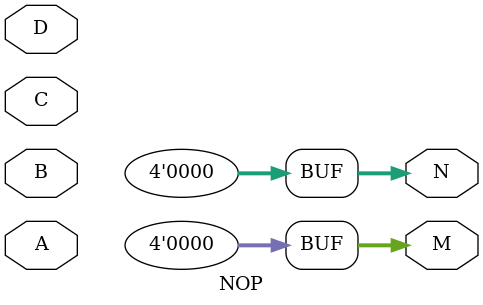
<source format=v>
module NOP(
    input  wire [3:0] A,  // 4-bit
    input  wire [3:0] B,  // 4-bit
    input  wire [3:0] C,  // 4-bit
    input  wire [3:0] D,  // 4-bit
    output wire [3:0] M,  // 4-bit
    output wire [3:0] N   // 4-bit
);

    assign M = 0;
    assign N = 0;
endmodule
</source>
